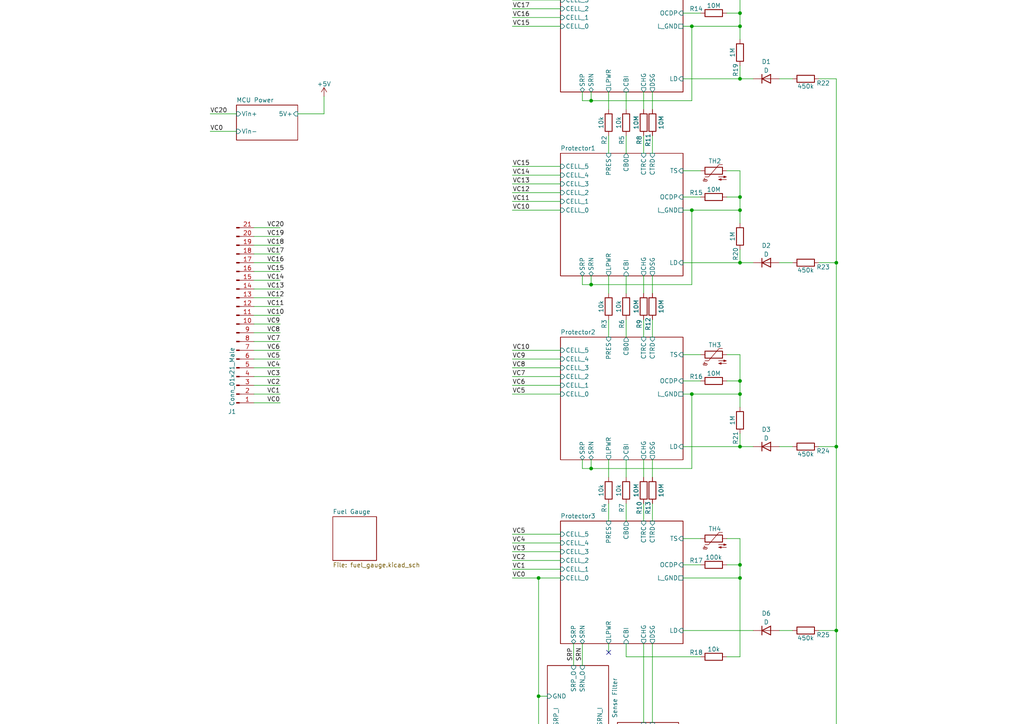
<source format=kicad_sch>
(kicad_sch (version 20211123) (generator eeschema)
  (paper "A4")
  (title_block (title "BMS") (date "2022-10-30") (rev "Rev 0") (company "QTech BMS Dept"))
  (lib_symbols
    (symbol "Connector:Conn_01x21_Male" (pin_names (offset 1.016) hide)
      (property "Reference" "J" (at 0 27.94 0))
      (property "Value" "Conn_01x21_Male" (at 0 -27.94 0))
      (symbol "Conn_01x21_Male_1_1"
        (polyline (pts (xy 1.27 -25.4) (xy 0.8636 -25.4)) (stroke (width 0.1524)))
        (polyline (pts (xy 1.27 -22.86) (xy 0.8636 -22.86)) (stroke (width 0.1524)))
        (polyline (pts (xy 1.27 -20.32) (xy 0.8636 -20.32)) (stroke (width 0.1524)))
        (polyline (pts (xy 1.27 -17.78) (xy 0.8636 -17.78)) (stroke (width 0.1524)))
        (polyline (pts (xy 1.27 -15.24) (xy 0.8636 -15.24)) (stroke (width 0.1524)))
        (polyline (pts (xy 1.27 -12.7) (xy 0.8636 -12.7)) (stroke (width 0.1524)))
        (polyline (pts (xy 1.27 -10.16) (xy 0.8636 -10.16)) (stroke (width 0.1524)))
        (polyline (pts (xy 1.27 -7.62) (xy 0.8636 -7.62)) (stroke (width 0.1524)))
        (polyline (pts (xy 1.27 -5.08) (xy 0.8636 -5.08)) (stroke (width 0.1524)))
        (polyline (pts (xy 1.27 -2.54) (xy 0.8636 -2.54)) (stroke (width 0.1524)))
        (polyline (pts (xy 1.27 0) (xy 0.8636 0)) (stroke (width 0.1524)))
        (polyline (pts (xy 1.27 2.54) (xy 0.8636 2.54)) (stroke (width 0.1524)))
        (polyline (pts (xy 1.27 5.08) (xy 0.8636 5.08)) (stroke (width 0.1524)))
        (polyline (pts (xy 1.27 7.62) (xy 0.8636 7.62)) (stroke (width 0.1524)))
        (polyline (pts (xy 1.27 10.16) (xy 0.8636 10.16)) (stroke (width 0.1524)))
        (polyline (pts (xy 1.27 12.7) (xy 0.8636 12.7)) (stroke (width 0.1524)))
        (polyline (pts (xy 1.27 15.24) (xy 0.8636 15.24)) (stroke (width 0.1524)))
        (polyline (pts (xy 1.27 17.78) (xy 0.8636 17.78)) (stroke (width 0.1524)))
        (polyline (pts (xy 1.27 20.32) (xy 0.8636 20.32)) (stroke (width 0.1524)))
        (polyline (pts (xy 1.27 22.86) (xy 0.8636 22.86)) (stroke (width 0.1524)))
        (polyline (pts (xy 1.27 25.4) (xy 0.8636 25.4)) (stroke (width 0.1524)))
        (rectangle (start 0.8636 -25.273) (end 0 -25.527) (stroke (width 0.1524)) (fill (type outline)))
        (rectangle (start 0.8636 -22.733) (end 0 -22.987) (stroke (width 0.1524)) (fill (type outline)))
        (rectangle (start 0.8636 -20.193) (end 0 -20.447) (stroke (width 0.1524)) (fill (type outline)))
        (rectangle (start 0.8636 -17.653) (end 0 -17.907) (stroke (width 0.1524)) (fill (type outline)))
        (rectangle (start 0.8636 -15.113) (end 0 -15.367) (stroke (width 0.1524)) (fill (type outline)))
        (rectangle (start 0.8636 -12.573) (end 0 -12.827) (stroke (width 0.1524)) (fill (type outline)))
        (rectangle (start 0.8636 -10.033) (end 0 -10.287) (stroke (width 0.1524)) (fill (type outline)))
        (rectangle (start 0.8636 -7.493) (end 0 -7.747) (stroke (width 0.1524)) (fill (type outline)))
        (rectangle (start 0.8636 -4.953) (end 0 -5.207) (stroke (width 0.1524)) (fill (type outline)))
        (rectangle (start 0.8636 -2.413) (end 0 -2.667) (stroke (width 0.1524)) (fill (type outline)))
        (rectangle (start 0.8636 0.127) (end 0 -0.127) (stroke (width 0.1524)) (fill (type outline)))
        (rectangle (start 0.8636 2.667) (end 0 2.413) (stroke (width 0.1524)) (fill (type outline)))
        (rectangle (start 0.8636 5.207) (end 0 4.953) (stroke (width 0.1524)) (fill (type outline)))
        (rectangle (start 0.8636 7.747) (end 0 7.493) (stroke (width 0.1524)) (fill (type outline)))
        (rectangle (start 0.8636 10.287) (end 0 10.033) (stroke (width 0.1524)) (fill (type outline)))
        (rectangle (start 0.8636 12.827) (end 0 12.573) (stroke (width 0.1524)) (fill (type outline)))
        (rectangle (start 0.8636 15.367) (end 0 15.113) (stroke (width 0.1524)) (fill (type outline)))
        (rectangle (start 0.8636 17.907) (end 0 17.653) (stroke (width 0.1524)) (fill (type outline)))
        (rectangle (start 0.8636 20.447) (end 0 20.193) (stroke (width 0.1524)) (fill (type outline)))
        (rectangle (start 0.8636 22.987) (end 0 22.733) (stroke (width 0.1524)) (fill (type outline)))
        (rectangle (start 0.8636 25.527) (end 0 25.273) (stroke (width 0.1524)) (fill (type outline)))
        (pin passive line (at 5.08 25.4 180) (length 3.81) (name "Pin_1") (number "1"))
        (pin passive line (at 5.08 2.54 180) (length 3.81) (name "Pin_10") (number "10"))
        (pin passive line (at 5.08 0 180) (length 3.81) (name "Pin_11") (number "11"))
        (pin passive line (at 5.08 -2.54 180) (length 3.81) (name "Pin_12") (number "12"))
        (pin passive line (at 5.08 -5.08 180) (length 3.81) (name "Pin_13") (number "13"))
        (pin passive line (at 5.08 -7.62 180) (length 3.81) (name "Pin_14") (number "14"))
        (pin passive line (at 5.08 -10.16 180) (length 3.81) (name "Pin_15") (number "15"))
        (pin passive line (at 5.08 -12.7 180) (length 3.81) (name "Pin_16") (number "16"))
        (pin passive line (at 5.08 -15.24 180) (length 3.81) (name "Pin_17") (number "17"))
        (pin passive line (at 5.08 -17.78 180) (length 3.81) (name "Pin_18") (number "18"))
        (pin passive line (at 5.08 -20.32 180) (length 3.81) (name "Pin_19") (number "19"))
        (pin passive line (at 5.08 22.86 180) (length 3.81) (name "Pin_2") (number "2"))
        (pin passive line (at 5.08 -22.86 180) (length 3.81) (name "Pin_20") (number "20"))
        (pin passive line (at 5.08 -25.4 180) (length 3.81) (name "Pin_21") (number "21"))
        (pin passive line (at 5.08 20.32 180) (length 3.81) (name "Pin_3") (number "3"))
        (pin passive line (at 5.08 17.78 180) (length 3.81) (name "Pin_4") (number "4"))
        (pin passive line (at 5.08 15.24 180) (length 3.81) (name "Pin_5") (number "5"))
        (pin passive line (at 5.08 12.7 180) (length 3.81) (name "Pin_6") (number "6"))
        (pin passive line (at 5.08 10.16 180) (length 3.81) (name "Pin_7") (number "7"))
        (pin passive line (at 5.08 7.62 180) (length 3.81) (name "Pin_8") (number "8"))
        (pin passive line (at 5.08 5.08 180) (length 3.81) (name "Pin_9") (number "9"))
      )
    )
    (symbol "Device:D" (pin_numbers hide) (pin_names (offset 1.016) hide)
      (property "Reference" "D" (at 0 2.54 0))
      (property "Value" "D" (at 0 -2.54 0))
      (symbol "D_0_1"
        (polyline (pts (xy -1.27 1.27) (xy -1.27 -1.27)) (stroke (width 0.254)))
        (polyline (pts (xy 1.27 0) (xy -1.27 0)))
        (polyline (pts (xy 1.27 1.27) (xy 1.27 -1.27) (xy -1.27 0) (xy 1.27 1.27)) (stroke (width 0.254)))
      )
      (symbol "D_1_1"
        (pin passive line (at -3.81 0 0) (length 2.54) (name "K") (number "1"))
        (pin passive line (at 3.81 0 180) (length 2.54) (name "A") (number "2"))
      )
    )
    (symbol "Device:NetTie_2" (pin_numbers hide) (pin_names (offset 0) hide)
      (property "Reference" "NT" (at 0 1.27 0))
      (property "Value" "NetTie_2" (at 0 -1.27 0))
      (symbol "NetTie_2_0_1"
        (polyline (pts (xy -1.27 0) (xy 1.27 0)) (stroke (width 0.254)))
      )
      (symbol "NetTie_2_1_1"
        (pin passive line (at -2.54 0 0) (length 2.54) (name "1") (number "1"))
        (pin passive line (at 2.54 0 180) (length 2.54) (name "2") (number "2"))
      )
    )
    (symbol "Device:R" (pin_numbers hide) (pin_names (offset 0))
      (property "Reference" "R" (at 2.032 0 90))
      (property "Value" "R" (at 0 0 90))
      (symbol "R_0_1"
        (rectangle (start -1.016 -2.54) (end 1.016 2.54) (stroke (width 0.254)))
      )
      (symbol "R_1_1"
        (pin passive line (at 0 3.81 270) (length 1.27) (name "~") (number "1"))
        (pin passive line (at 0 -3.81 90) (length 1.27) (name "~") (number "2"))
      )
    )
    (symbol "Device:Thermistor_NTC" (pin_numbers hide) (pin_names (offset 0))
      (property "Reference" "TH" (at -4.445 0 90))
      (property "Value" "Thermistor_NTC" (at 3.175 0 90))
      (symbol "Thermistor_NTC_0_1"
        (arc (start -3.048 2.159) (mid -3.0495 2.3143) (end -3.175 2.413))
        (arc (start -3.048 2.159) (mid -2.9736 1.9794) (end -2.794 1.905))
        (arc (start -3.048 2.794) (mid -2.9736 2.6144) (end -2.794 2.54))
        (arc (start -2.794 1.905) (mid -2.6144 1.9794) (end -2.54 2.159))
        (arc (start -2.794 2.54) (mid -2.4393 2.5587) (end -2.159 2.794))
        (arc (start -2.794 3.048) (mid -2.9736 2.9736) (end -3.048 2.794))
        (arc (start -2.54 2.794) (mid -2.6144 2.9736) (end -2.794 3.048))
        (rectangle (start -1.016 2.54) (end 1.016 -2.54) (stroke (width 0.254)))
        (polyline (pts (xy -2.54 2.159) (xy -2.54 2.794)))
        (polyline (pts (xy -1.778 2.54) (xy -1.778 1.524) (xy 1.778 -1.524) (xy 1.778 -2.54)))
        (polyline (pts (xy -2.54 -3.683) (xy -2.54 -1.397) (xy -2.794 -2.159) (xy -2.286 -2.159) (xy -2.54 -1.397) (xy -2.54 -1.651)) (fill (type outline)))
        (polyline (pts (xy -1.778 -1.397) (xy -1.778 -3.683) (xy -2.032 -2.921) (xy -1.524 -2.921) (xy -1.778 -3.683) (xy -1.778 -3.429)) (fill (type outline)))
      )
      (symbol "Thermistor_NTC_1_1"
        (pin passive line (at 0 3.81 270) (length 1.27) (name "~") (number "1"))
        (pin passive line (at 0 -3.81 90) (length 1.27) (name "~") (number "2"))
      )
    )
    (symbol "power:+5V" (power) (pin_names (offset 0))
      (property "Value" "+5V" (at 0 3.556 0))
      (symbol "+5V_0_1"
        (polyline (pts (xy -0.762 1.27) (xy 0 2.54)))
        (polyline (pts (xy 0 0) (xy 0 2.54)))
        (polyline (pts (xy 0 2.54) (xy 0.762 1.27)))
      )
      (symbol "+5V_1_1"
        (pin power_in line (at 0 0 90) (length 0) hide (name "+5V") (number "1"))
      )
    )
    (symbol "power:GND" (power) (pin_names (offset 0))
      (property "Value" "GND" (at 0 -3.81 0))
      (symbol "GND_0_1"
        (polyline (pts (xy 0 0) (xy 0 -1.27) (xy 1.27 -1.27) (xy 0 -2.54) (xy -1.27 -1.27) (xy 0 -1.27)))
      )
      (symbol "GND_1_1"
        (pin power_in line (at 0 0 270) (length 0) hide (name "GND") (number "1"))
      )
    )
  )
  (junction (at 156.21 222.25))
  (junction (at 214.63 60.96))
  (junction (at 242.57 76.2))
  (junction (at 214.63 3.81))
  (junction (at 214.63 22.86))
  (junction (at 171.45 82.55))
  (junction (at 156.21 167.64))
  (junction (at 214.63 110.49))
  (junction (at 200.66 114.3))
  (junction (at 214.63 7.62))
  (junction (at 214.63 167.64))
  (junction (at 214.63 -3.81))
  (junction (at 171.45 135.89))
  (junction (at 156.21 201.93))
  (junction (at 200.66 60.96))
  (junction (at 214.63 163.83))
  (junction (at 214.63 57.15))
  (junction (at 171.45 29.21))
  (junction (at 242.57 182.88))
  (junction (at 242.57 129.54))
  (junction (at 214.63 129.54))
  (junction (at 156.21 217.17))
  (junction (at 189.23 -11.43))
  (junction (at 200.66 7.62))
  (junction (at 214.63 114.3))
  (junction (at 214.63 76.2))
  (no_connect (at 181.61 -11.43))
  (no_connect (at 176.53 189.23))
  (wire (pts (xy 210.82 49.53) (xy 214.63 49.53)))
  (wire (pts (xy 186.69 186.69) (xy 186.69 209.55)))
  (wire (pts (xy 189.23 26.67) (xy 189.23 31.75)))
  (wire (pts (xy 73.66 96.52) (xy 81.28 96.52)))
  (wire (pts (xy 73.66 111.76) (xy 81.28 111.76)))
  (wire (pts (xy 214.63 129.54) (xy 218.44 129.54)))
  (wire (pts (xy 176.53 39.37) (xy 176.53 44.45)))
  (wire (pts (xy 73.66 93.98) (xy 81.29 93.98)))
  (wire (pts (xy 168.91 186.69) (xy 168.91 193.04)))
  (wire (pts (xy 198.12 167.64) (xy 214.63 167.64)))
  (wire (pts (xy 214.63 190.5) (xy 210.82 190.5)))
  (wire (pts (xy 73.66 106.68) (xy 81.28 106.68)))
  (wire (pts (xy 148.59 165.1) (xy 162.56 165.1)))
  (wire (pts (xy 168.91 -15.24) (xy 168.91 -16.51)))
  (wire (pts (xy 196.85 217.17) (xy 242.57 217.17)))
  (wire (pts (xy 73.66 114.3) (xy 81.28 114.3)))
  (wire (pts (xy 226.06 129.54) (xy 229.87 129.54)))
  (wire (pts (xy 148.59 157.48) (xy 162.56 157.48)))
  (wire (pts (xy 148.59 114.3) (xy 162.56 114.3)))
  (wire (pts (xy 168.91 29.21) (xy 171.45 29.21)))
  (wire (pts (xy 181.61 -17.78) (xy 168.91 -17.78)))
  (wire (pts (xy 148.59 162.56) (xy 162.56 162.56)))
  (wire (pts (xy 168.91 -29.21) (xy 181.61 -29.21)))
  (wire (pts (xy 168.91 26.67) (xy 168.91 29.21)))
  (wire (pts (xy 93.98 27.94) (xy 93.98 33.02)))
  (wire (pts (xy 181.61 -30.48) (xy 168.91 -30.48)))
  (wire (pts (xy 214.63 72.39) (xy 214.63 76.2)))
  (wire (pts (xy 60.96 33.02) (xy 68.58 33.02)))
  (wire (pts (xy 181.61 146.05) (xy 181.61 151.13)))
  (wire (pts (xy 156.21 217.17) (xy 156.21 222.25)))
  (wire (pts (xy 237.49 22.86) (xy 242.57 22.86)))
  (wire (pts (xy 73.66 116.84) (xy 81.28 116.84)))
  (wire (pts (xy 214.63 125.73) (xy 214.63 129.54)))
  (wire (pts (xy 176.53 26.67) (xy 176.53 31.75)))
  (wire (pts (xy 237.49 76.2) (xy 242.57 76.2)))
  (wire (pts (xy 242.57 76.2) (xy 242.57 129.54)))
  (wire (pts (xy 171.45 29.21) (xy 200.66 29.21)))
  (wire (pts (xy 171.45 82.55) (xy 171.45 80.01)))
  (wire (pts (xy 156.21 222.25) (xy 156.21 227.33)))
  (wire (pts (xy 73.66 76.2) (xy 81.28 76.2)))
  (wire (pts (xy 171.45 135.89) (xy 200.66 135.89)))
  (wire (pts (xy 171.45 82.55) (xy 200.66 82.55)))
  (wire (pts (xy 242.57 182.88) (xy 242.57 217.17)))
  (wire (pts (xy 168.91 -25.4) (xy 168.91 -26.67)))
  (wire (pts (xy 168.91 135.89) (xy 171.45 135.89)))
  (wire (pts (xy 176.53 146.05) (xy 176.53 151.13)))
  (wire (pts (xy 189.23 92.71) (xy 189.23 97.79)))
  (wire (pts (xy 73.66 71.12) (xy 81.29 71.12)))
  (wire (pts (xy 198.12 102.87) (xy 203.2 102.87)))
  (wire (pts (xy 214.63 7.62) (xy 214.63 3.81)))
  (wire (pts (xy 148.59 5.08) (xy 162.56 5.08)))
  (wire (pts (xy 181.61 80.01) (xy 181.61 85.09)))
  (wire (pts (xy 198.12 163.83) (xy 203.2 163.83)))
  (wire (pts (xy 156.21 167.64) (xy 148.59 167.64)))
  (wire (pts (xy 214.63 102.87) (xy 214.63 110.49)))
  (wire (pts (xy 198.12 22.86) (xy 214.63 22.86)))
  (wire (pts (xy 200.66 29.21) (xy 200.66 7.62)))
  (wire (pts (xy 148.59 -5.08) (xy 162.56 -5.08)))
  (wire (pts (xy 198.12 129.54) (xy 214.63 129.54)))
  (wire (pts (xy 148.59 101.6) (xy 162.56 101.6)))
  (wire (pts (xy 200.66 60.96) (xy 214.63 60.96)))
  (wire (pts (xy 176.53 133.35) (xy 176.53 138.43)))
  (wire (pts (xy 186.69 -8.89) (xy 186.69 -11.43)))
  (wire (pts (xy 73.66 73.66) (xy 81.28 73.66)))
  (wire (pts (xy 214.63 60.96) (xy 214.63 57.15)))
  (wire (pts (xy 214.63 -11.43) (xy 214.63 -3.81)))
  (wire (pts (xy 200.66 7.62) (xy 214.63 7.62)))
  (wire (pts (xy 181.61 -11.43) (xy 181.61 -8.89)))
  (wire (pts (xy 198.12 3.81) (xy 203.2 3.81)))
  (wire (pts (xy 186.69 80.01) (xy 186.69 85.09)))
  (wire (pts (xy 189.23 39.37) (xy 189.23 44.45)))
  (wire (pts (xy 200.66 82.55) (xy 200.66 60.96)))
  (wire (pts (xy 73.66 91.44) (xy 81.28 91.44)))
  (wire (pts (xy 73.66 66.04) (xy 81.28 66.04)))
  (wire (pts (xy 73.66 68.58) (xy 81.28 68.58)))
  (wire (pts (xy 171.45 29.21) (xy 171.45 26.67)))
  (wire (pts (xy 189.23 146.05) (xy 189.23 151.13)))
  (wire (pts (xy 186.69 39.37) (xy 186.69 44.45)))
  (wire (pts (xy 210.82 -3.81) (xy 214.63 -3.81)))
  (wire (pts (xy 181.61 -29.21) (xy 181.61 -30.48)))
  (wire (pts (xy 198.12 182.88) (xy 218.44 182.88)))
  (wire (pts (xy 73.66 78.74) (xy 81.28 78.74)))
  (wire (pts (xy 226.06 182.88) (xy 229.87 182.88)))
  (wire (pts (xy 168.91 80.01) (xy 168.91 82.55)))
  (wire (pts (xy 237.49 129.54) (xy 242.57 129.54)))
  (wire (pts (xy 168.91 -26.67) (xy 181.61 -26.67)))
  (wire (pts (xy 148.59 50.8) (xy 162.56 50.8)))
  (wire (pts (xy 214.63 7.62) (xy 214.63 11.43)))
  (wire (pts (xy 198.12 110.49) (xy 203.2 110.49)))
  (wire (pts (xy 181.61 -22.86) (xy 168.91 -22.86)))
  (wire (pts (xy 226.06 22.86) (xy 229.87 22.86)))
  (wire (pts (xy 148.59 109.22) (xy 162.56 109.22)))
  (wire (pts (xy 148.59 55.88) (xy 162.56 55.88)))
  (wire (pts (xy 73.66 83.82) (xy 81.28 83.82)))
  (wire (pts (xy 148.59 58.42) (xy 162.56 58.42)))
  (wire (pts (xy 214.63 3.81) (xy 210.82 3.81)))
  (wire (pts (xy 168.91 -16.51) (xy 181.61 -16.51)))
  (wire (pts (xy 176.53 -8.89) (xy 176.53 -15.24)))
  (wire (pts (xy 189.23 -11.43) (xy 214.63 -11.43)))
  (wire (pts (xy 198.12 76.2) (xy 214.63 76.2)))
  (wire (pts (xy 214.63 167.64) (xy 214.63 163.83)))
  (wire (pts (xy 189.23 -11.43) (xy 189.23 -8.89)))
  (wire (pts (xy 176.53 80.01) (xy 176.53 85.09)))
  (wire (pts (xy 168.91 -19.05) (xy 181.61 -19.05)))
  (wire (pts (xy 148.59 2.54) (xy 162.56 2.54)))
  (wire (pts (xy 214.63 114.3) (xy 214.63 118.11)))
  (wire (pts (xy 168.91 -30.48) (xy 168.91 -31.75)))
  (wire (pts (xy 181.61 -24.13) (xy 181.61 -25.4)))
  (wire (pts (xy 171.45 217.17) (xy 179.07 217.17)))
  (wire (pts (xy 148.59 7.62) (xy 162.56 7.62)))
  (wire (pts (xy 181.61 92.71) (xy 181.61 97.79)))
  (wire (pts (xy 148.59 111.76) (xy 162.56 111.76)))
  (wire (pts (xy 186.69 -11.43) (xy 189.23 -11.43)))
  (wire (pts (xy 214.63 167.64) (xy 214.63 190.5)))
  (wire (pts (xy 168.91 -17.78) (xy 168.91 -19.05)))
  (wire (pts (xy 214.63 -3.81) (xy 214.63 3.81)))
  (wire (pts (xy 181.61 -19.05) (xy 181.61 -20.32)))
  (wire (pts (xy 166.37 186.69) (xy 166.37 193.04)))
  (wire (pts (xy 198.12 57.15) (xy 203.2 57.15)))
  (wire (pts (xy 214.63 60.96) (xy 214.63 64.77)))
  (wire (pts (xy 148.59 154.94) (xy 162.56 154.94)))
  (wire (pts (xy 168.91 -22.86) (xy 168.91 -24.13)))
  (wire (pts (xy 200.66 114.3) (xy 214.63 114.3)))
  (wire (pts (xy 181.61 -27.94) (xy 168.91 -27.94)))
  (wire (pts (xy 226.06 76.2) (xy 229.87 76.2)))
  (wire (pts (xy 189.23 133.35) (xy 189.23 138.43)))
  (wire (pts (xy 148.59 104.14) (xy 162.56 104.14)))
  (wire (pts (xy 214.63 19.05) (xy 214.63 22.86)))
  (wire (pts (xy 203.2 190.5) (xy 181.61 190.5)))
  (wire (pts (xy 148.59 48.26) (xy 162.56 48.26)))
  (wire (pts (xy 168.91 82.55) (xy 171.45 82.55)))
  (wire (pts (xy 73.66 86.36) (xy 81.28 86.36)))
  (wire (pts (xy 189.23 80.01) (xy 189.23 85.09)))
  (wire (pts (xy 186.69 26.67) (xy 186.69 31.75)))
  (wire (pts (xy 181.61 -31.75) (xy 181.61 -33.02)))
  (wire (pts (xy 210.82 156.21) (xy 214.63 156.21)))
  (wire (pts (xy 181.61 -16.51) (xy 181.61 -17.78)))
  (wire (pts (xy 156.21 201.93) (xy 158.75 201.93)))
  (wire (pts (xy 171.45 135.89) (xy 171.45 133.35)))
  (wire (pts (xy 148.59 106.68) (xy 162.56 106.68)))
  (wire (pts (xy 168.91 -20.32) (xy 181.61 -20.32)))
  (wire (pts (xy 198.12 49.53) (xy 203.2 49.53)))
  (wire (pts (xy 214.63 22.86) (xy 218.44 22.86)))
  (wire (pts (xy 168.91 -33.02) (xy 181.61 -33.02)))
  (wire (pts (xy 73.66 104.14) (xy 81.28 104.14)))
  (wire (pts (xy 198.12 7.62) (xy 200.66 7.62)))
  (wire (pts (xy 181.61 39.37) (xy 181.61 44.45)))
  (wire (pts (xy 161.29 212.09) (xy 161.29 217.17)))
  (wire (pts (xy 168.91 -25.4) (xy 181.61 -25.4)))
  (wire (pts (xy 73.66 101.6) (xy 81.28 101.6)))
  (wire (pts (xy 176.53 186.69) (xy 176.53 189.23)))
  (wire (pts (xy 198.12 -3.81) (xy 203.2 -3.81)))
  (wire (pts (xy 73.66 99.06) (xy 81.28 99.06)))
  (wire (pts (xy 242.57 129.54) (xy 242.57 182.88)))
  (wire (pts (xy 198.12 156.21) (xy 203.2 156.21)))
  (wire (pts (xy 181.61 133.35) (xy 181.61 138.43)))
  (wire (pts (xy 198.12 114.3) (xy 200.66 114.3)))
  (wire (pts (xy 214.63 110.49) (xy 210.82 110.49)))
  (wire (pts (xy 168.91 -31.75) (xy 181.61 -31.75)))
  (wire (pts (xy 181.61 -21.59) (xy 181.61 -22.86)))
  (wire (pts (xy 168.91 -21.59) (xy 181.61 -21.59)))
  (wire (pts (xy 186.69 92.71) (xy 186.69 97.79)))
  (wire (pts (xy 214.63 76.2) (xy 218.44 76.2)))
  (wire (pts (xy 179.07 222.25) (xy 156.21 222.25)))
  (wire (pts (xy 168.91 -27.94) (xy 168.91 -29.21)))
  (wire (pts (xy 161.29 217.17) (xy 163.83 217.17)))
  (wire (pts (xy 242.57 22.86) (xy 242.57 76.2)))
  (wire (pts (xy 200.66 135.89) (xy 200.66 114.3)))
  (wire (pts (xy 148.59 60.96) (xy 162.56 60.96)))
  (wire (pts (xy 214.63 156.21) (xy 214.63 163.83)))
  (wire (pts (xy 176.53 92.71) (xy 176.53 97.79)))
  (wire (pts (xy 181.61 -26.67) (xy 181.61 -27.94)))
  (wire (pts (xy 60.96 38.1) (xy 68.58 38.1)))
  (wire (pts (xy 148.59 0) (xy 162.56 0)))
  (wire (pts (xy 173.99 212.09) (xy 173.99 217.17)))
  (wire (pts (xy 86.36 33.02) (xy 93.98 33.02)))
  (wire (pts (xy 156.21 167.64) (xy 162.56 167.64)))
  (wire (pts (xy 168.91 133.35) (xy 168.91 135.89)))
  (wire (pts (xy 73.66 88.9) (xy 81.28 88.9)))
  (wire (pts (xy 148.59 160.02) (xy 162.56 160.02)))
  (wire (pts (xy 186.69 146.05) (xy 186.69 151.13)))
  (wire (pts (xy 237.49 182.88) (xy 242.57 182.88)))
  (wire (pts (xy 168.91 -20.32) (xy 168.91 -21.59)))
  (wire (pts (xy 148.59 53.34) (xy 162.56 53.34)))
  (wire (pts (xy 148.59 -2.54) (xy 162.56 -2.54)))
  (wire (pts (xy 214.63 163.83) (xy 210.82 163.83)))
  (wire (pts (xy 189.23 186.69) (xy 189.23 209.55)))
  (wire (pts (xy 186.69 133.35) (xy 186.69 138.43)))
  (wire (pts (xy 214.63 57.15) (xy 210.82 57.15)))
  (wire (pts (xy 176.53 -15.24) (xy 168.91 -15.24)))
  (wire (pts (xy 181.61 190.5) (xy 181.61 186.69)))
  (wire (pts (xy 210.82 102.87) (xy 214.63 102.87)))
  (wire (pts (xy 214.63 49.53) (xy 214.63 57.15)))
  (wire (pts (xy 168.91 -24.13) (xy 181.61 -24.13)))
  (wire (pts (xy 73.66 81.28) (xy 81.28 81.28)))
  (wire (pts (xy 198.12 60.96) (xy 200.66 60.96)))
  (wire (pts (xy 156.21 201.93) (xy 156.21 217.17)))
  (wire (pts (xy 73.66 109.22) (xy 81.28 109.22)))
  (wire (pts (xy 156.21 167.64) (xy 156.21 201.93)))
  (wire (pts (xy 214.63 114.3) (xy 214.63 110.49)))
  (wire (pts (xy 181.61 26.67) (xy 181.61 31.75)))
  (label "SRP" (at 166.37 191.77 90))
  (label "VC9" (at 152.4 104.14 180))
  (label "VC2" (at 77.47 111.76 0))
  (label "VC4" (at 77.47 106.68 0))
  (label "VC5" (at 152.4 154.94 180))
  (label "VC8" (at 77.47 96.52 0))
  (label "VC6" (at 152.4 111.76 180))
  (label "VC0" (at 77.47 116.84 0))
  (label "SRN" (at 168.91 191.77 90))
  (label "VC20" (at 60.96 33.02 0))
  (label "VC14" (at 77.47 81.28 0))
  (label "VC11" (at 77.47 88.9 0))
  (label "VC1" (at 77.47 114.3 0))
  (label "VC10" (at 153.67 60.96 180))
  (label "VC0" (at 152.4 167.64 180))
  (label "VC16" (at 77.47 76.2 0))
  (label "VC9" (at 77.47 93.98 0))
  (label "VC18" (at 77.47 71.12 0))
  (label "VC2" (at 152.4 162.56 180))
  (label "VC18" (at 153.67 0 180))
  (label "VC20" (at 77.47 66.04 0))
  (label "VC17" (at 77.47 73.66 0))
  (label "VC10" (at 77.47 91.44 0))
  (label "VC7" (at 152.4 109.22 180))
  (label "VC1" (at 152.4 165.1 180))
  (label "VC5" (at 77.47 104.14 0))
  (label "VC8" (at 152.4 106.68 180))
  (label "VC15" (at 153.67 7.62 180))
  (label "VC15" (at 77.47 78.74 0))
  (label "VC14" (at 153.67 50.8 180))
  (label "VC19" (at 153.67 -2.54 180))
  (label "VC15" (at 153.67 48.26 180))
  (label "VC5" (at 152.4 114.3 180))
  (label "VC6" (at 77.47 101.6 0))
  (label "VC13" (at 77.47 83.82 0))
  (label "VC16" (at 153.67 5.08 180))
  (label "VC17" (at 153.67 2.54 180))
  (label "VC19" (at 77.47 68.58 0))
  (label "VC4" (at 152.4 157.48 180))
  (label "VC10" (at 153.67 101.6 180))
  (label "VC20" (at 153.67 -5.08 180))
  (label "VC13" (at 153.67 53.34 180))
  (label "VC3" (at 77.47 109.22 0))
  (label "VC0" (at 60.96 38.1 0))
  (label "VC7" (at 77.47 99.06 0))
  (label "VC3" (at 152.4 160.02 180))
  (label "VC12" (at 77.47 86.36 0))
  (label "VC12" (at 153.67 55.88 180))
  (label "VC11" (at 153.67 58.42 180))
  (symbol (lib_id "Device:R") (at 181.61 35.56 180) (unit 1)
    (property "Reference" "R5" (at 180.34 40.64 90))
    (property "Value" "10k" (at 179.4311 35.56 90))
    (property "Footprint" "Resistor_SMD:R_0603_1608Metric" (effects hide))
    (property "Src_Value" "R_cb" (effects hide))
    (property "Src_Page" "Table 10-1" (effects hide))
  )
  (symbol (lib_id "power:+5V") (at 93.98 27.94 0) (unit 1)
    (property "Reference" "#PWR0102" (effects hide))
    (property "Value" "+5V" (at 93.98 24.3642 0))
  )
  (symbol (lib_id "Device:R") (at 186.69 35.56 180) (unit 1)
    (property "Reference" "R8" (at 185.42 40.64 90))
    (property "Value" "10M" (at 184.5111 35.56 90))
    (property "Footprint" "Resistor_SMD:R_0603_1608Metric" (effects hide))
    (property "Src_Value" "R_ctrc" (effects hide))
    (property "Src_Page" "Table 10-1" (effects hide))
  )
  (symbol (lib_id "Device:R") (at 176.53 142.24 180) (unit 1)
    (property "Reference" "R4" (at 175.26 147.32 90))
    (property "Value" "10k" (at 174.3511 142.24 90))
    (property "Footprint" "Resistor_SMD:R_0603_1608Metric" (effects hide))
    (property "Src_Value" "R_hib" (effects hide))
    (property "Src_Page" "Table 10-1" (effects hide))
  )
  (symbol (lib_id "Device:D") (at 222.25 129.54 0) (unit 1)
    (property "Reference" "D3" (at 222.25 124.5702 0))
    (property "Value" "D" (at 222.25 127.1071 0))
    (property "Footprint" "Diode_SMD:D_SOD-123" (effects hide))
  )
  (symbol (lib_id "power:GND") (at 156.21 227.33 0) (unit 1)
    (property "Reference" "#PWR0101" (effects hide))
    (property "Value" "GND" (at 156.21 231.7734 0))
  )
  (symbol (lib_id "Device:R") (at 233.68 129.54 270) (unit 1)
    (property "Reference" "R24" (at 238.76 130.81 90))
    (property "Value" "450k" (at 233.68 131.7189 90))
    (property "Footprint" "Resistor_SMD:R_0603_1608Metric" (effects hide))
    (property "Src_Value" "R_ld" (effects hide))
    (property "Src_Page" "Table 10-1" (effects hide))
  )
  (symbol (lib_id "Device:NetTie_2") (at 158.75 217.17 0) (unit 1) (on_board no)
    (property "Reference" "NT1" (at 158.75 216.0072 0))
    (property "Value" "NetTie_2" (effects hide))
  )
  (symbol (lib_id "Device:D") (at 222.25 76.2 0) (unit 1)
    (property "Reference" "D2" (at 222.25 71.2302 0))
    (property "Value" "D" (at 222.25 73.7671 0))
    (property "Footprint" "Diode_SMD:D_SOD-123" (effects hide))
  )
  (symbol (lib_id "Connector:Conn_01x21_Male") (at 68.58 91.44 0) (mirror x) (unit 1)
    (property "Reference" "J1" (at 67.31 119.38 0))
    (property "Value" "Conn_01x21_Male" (at 67.31 109.22 90))
    (property "Footprint" "Connector_PinHeader_2.00mm:PinHeader_1x21_P2.00mm_Horizontal" (effects hide))
  )
  (symbol (lib_id "Device:R") (at 233.68 22.86 270) (unit 1)
    (property "Reference" "R22" (at 238.76 24.13 90))
    (property "Value" "450k" (at 233.68 25.0389 90))
    (property "Footprint" "Resistor_SMD:R_0603_1608Metric" (effects hide))
    (property "Src_Value" "R_ld" (effects hide))
    (property "Src_Page" "Table 10-1" (effects hide))
  )
  (symbol (lib_id "Device:R") (at 181.61 88.9 180) (unit 1)
    (property "Reference" "R6" (at 180.34 93.98 90))
    (property "Value" "10k" (at 179.4311 88.9 90))
    (property "Footprint" "Resistor_SMD:R_0603_1608Metric" (effects hide))
    (property "Src_Value" "R_cb" (effects hide))
    (property "Src_Page" "Table 10-1" (effects hide))
  )
  (symbol (lib_id "Device:R") (at 207.01 57.15 90) (unit 1)
    (property "Reference" "R15" (at 201.93 55.88 90))
    (property "Value" "10M" (at 207.01 54.9711 90))
    (property "Footprint" "Resistor_SMD:R_0603_1608Metric" (effects hide))
    (property "Src_Value" "R_ocd-upper" (effects hide))
    (property "Src_Page" "29" (effects hide))
  )
  (symbol (lib_id "Device:D") (at 222.25 22.86 0) (unit 1)
    (property "Reference" "D1" (at 222.25 17.8902 0))
    (property "Value" "D" (at 222.25 20.4271 0))
    (property "Footprint" "Diode_SMD:D_SOD-123" (effects hide))
  )
  (symbol (lib_id "Device:Thermistor_NTC") (at 207.01 102.87 90) (unit 1)
    (property "Reference" "TH3" (at 207.3275 100.0562 90))
    (property "Value" "Thermistor_NTC" (effects hide))
    (property "Footprint" "Connector_JST:JST_PH_B2B-PH-K_1x02_P2.00mm_Vertical" (effects hide))
  )
  (symbol (lib_id "Device:R") (at 233.68 76.2 270) (unit 1)
    (property "Reference" "R23" (at 238.76 77.47 90))
    (property "Value" "450k" (at 233.68 78.3789 90))
    (property "Footprint" "Resistor_SMD:R_0603_1608Metric" (effects hide))
    (property "Src_Value" "R_ld" (effects hide))
    (property "Src_Page" "Table 10-1" (effects hide))
  )
  (symbol (lib_id "Device:Thermistor_NTC") (at 207.01 -3.81 90) (unit 1)
    (property "Reference" "TH1" (at 207.3275 -6.6238 90))
    (property "Value" "Thermistor_NTC" (effects hide))
    (property "Footprint" "Connector_JST:JST_PH_B2B-PH-K_1x02_P2.00mm_Vertical" (effects hide))
  )
  (symbol (lib_id "Device:R") (at 207.01 190.5 90) (unit 1)
    (property "Reference" "R18" (at 201.93 189.23 90))
    (property "Value" "10k" (at 207.01 188.3211 90))
    (property "Footprint" "Resistor_SMD:R_0603_1608Metric" (effects hide))
    (property "Src_Value" "R_cb" (effects hide))
    (property "Src_Page" "Table 10-1" (effects hide))
  )
  (symbol (lib_id "Device:R") (at 214.63 121.92 180) (unit 1)
    (property "Reference" "R21" (at 213.36 127 90))
    (property "Value" "1M" (at 212.4511 121.92 90))
    (property "Footprint" "Resistor_SMD:R_0603_1608Metric" (effects hide))
    (property "Src_Value" "R_a" (effects hide))
    (property "Src_Page" "37" (effects hide))
  )
  (symbol (lib_id "Device:Thermistor_NTC") (at 207.01 49.53 90) (unit 1)
    (property "Reference" "TH2" (at 207.3275 46.7162 90))
    (property "Value" "Thermistor_NTC" (effects hide))
    (property "Footprint" "Connector_JST:JST_PH_B2B-PH-K_1x02_P2.00mm_Vertical" (effects hide))
  )
  (symbol (lib_id "Device:R") (at 233.68 182.88 270) (unit 1)
    (property "Reference" "R25" (at 238.76 184.15 90))
    (property "Value" "450k" (at 233.68 185.0589 90))
    (property "Footprint" "Resistor_SMD:R_0603_1608Metric" (effects hide))
    (property "Src_Value" "R_ld" (effects hide))
    (property "Src_Page" "Table 10-1" (effects hide))
  )
  (symbol (lib_id "Device:R") (at 214.63 15.24 180) (unit 1)
    (property "Reference" "R19" (at 213.36 20.32 90))
    (property "Value" "1M" (at 212.4511 15.24 90))
    (property "Footprint" "Resistor_SMD:R_0603_1608Metric" (effects hide))
    (property "Src_Value" "R_a" (effects hide))
    (property "Src_Page" "37" (effects hide))
  )
  (symbol (lib_id "Device:R") (at 207.01 110.49 90) (unit 1)
    (property "Reference" "R16" (at 201.93 109.22 90))
    (property "Value" "10M" (at 207.01 108.3111 90))
    (property "Footprint" "Resistor_SMD:R_0603_1608Metric" (effects hide))
    (property "Src_Value" "R_ocd-upper" (effects hide))
    (property "Src_Page" "29" (effects hide))
  )
  (symbol (lib_id "Device:R") (at 207.01 163.83 90) (unit 1)
    (property "Reference" "R17" (at 201.93 162.56 90))
    (property "Value" "100k" (at 207.01 161.6511 90))
    (property "Footprint" "Resistor_SMD:R_0603_1608Metric" (effects hide))
    (property "Src_Value" "R_ocd" (effects hide))
    (property "Src_Page" "Table 10-1" (effects hide))
  )
  (symbol (lib_id "Device:R") (at 186.69 88.9 180) (unit 1)
    (property "Reference" "R9" (at 185.42 93.98 90))
    (property "Value" "10M" (at 184.5111 88.9 90))
    (property "Footprint" "Resistor_SMD:R_0603_1608Metric" (effects hide))
    (property "Src_Value" "R_ctrc" (effects hide))
    (property "Src_Page" "Table 10-1" (effects hide))
  )
  (symbol (lib_id "Device:R") (at 181.61 142.24 180) (unit 1)
    (property "Reference" "R7" (at 180.34 147.32 90))
    (property "Value" "10k" (at 179.4311 142.24 90))
    (property "Footprint" "Resistor_SMD:R_0603_1608Metric" (effects hide))
    (property "Src_Value" "R_cb" (effects hide))
    (property "Src_Page" "Table 10-1" (effects hide))
  )
  (symbol (lib_id "Device:Thermistor_NTC") (at 207.01 156.21 90) (unit 1)
    (property "Reference" "TH4" (at 207.3275 153.3962 90))
    (property "Value" "Thermistor_NTC" (effects hide))
    (property "Footprint" "Connector_JST:JST_PH_B2B-PH-K_1x02_P2.00mm_Vertical" (effects hide))
  )
  (symbol (lib_id "Device:R") (at 167.64 217.17 270) (unit 1)
    (property "Reference" "R1" (at 166.37 214.63 90))
    (property "Value" "R_sns" (at 167.64 219.3489 90))
    (property "Src_Value" "R_sns" (effects hide))
  )
  (symbol (lib_id "Device:R") (at 207.01 3.81 90) (unit 1)
    (property "Reference" "R14" (at 201.93 2.54 90))
    (property "Value" "10M" (at 207.01 1.6311 90))
    (property "Footprint" "Resistor_SMD:R_0603_1608Metric" (effects hide))
    (property "Src_Value" "R_ocd-upper" (effects hide))
    (property "Src_Page" "29" (effects hide))
  )
  (symbol (lib_id "Device:R") (at 189.23 88.9 180) (unit 1)
    (property "Reference" "R12" (at 187.96 93.98 90))
    (property "Value" "10M" (at 191.77 88.9 90))
    (property "Footprint" "Resistor_SMD:R_0603_1608Metric" (effects hide))
    (property "Src_Value" "R_ctrd" (effects hide))
    (property "Src_Page" "Table 10-1" (effects hide))
  )
  (symbol (lib_id "Device:R") (at 186.69 142.24 180) (unit 1)
    (property "Reference" "R10" (at 185.42 147.32 90))
    (property "Value" "10M" (at 184.5111 142.24 90))
    (property "Footprint" "Resistor_SMD:R_0603_1608Metric" (effects hide))
    (property "Src_Value" "R_ctrc" (effects hide))
    (property "Src_Page" "Table 10-1" (effects hide))
  )
  (symbol (lib_id "Device:R") (at 214.63 68.58 180) (unit 1)
    (property "Reference" "R20" (at 213.36 73.66 90))
    (property "Value" "1M" (at 212.4511 68.58 90))
    (property "Footprint" "Resistor_SMD:R_0603_1608Metric" (effects hide))
    (property "Src_Value" "R_a" (effects hide))
    (property "Src_Page" "37" (effects hide))
  )
  (symbol (lib_id "Device:R") (at 189.23 142.24 180) (unit 1)
    (property "Reference" "R13" (at 187.96 147.32 90))
    (property "Value" "10M" (at 191.77 142.24 90))
    (property "Footprint" "Resistor_SMD:R_0603_1608Metric" (effects hide))
    (property "Src_Value" "R_ctrd" (effects hide))
    (property "Src_Page" "Table 10-1" (effects hide))
  )
  (symbol (lib_id "Device:D") (at 222.25 182.88 0) (unit 1)
    (property "Reference" "D6" (at 222.25 177.9102 0))
    (property "Value" "D" (at 222.25 180.4471 0))
    (property "Footprint" "Diode_SMD:D_SOD-123" (effects hide))
  )
  (symbol (lib_id "Device:R") (at 176.53 35.56 180) (unit 1)
    (property "Reference" "R2" (at 175.26 40.64 90))
    (property "Value" "10k" (at 174.3511 35.56 90))
    (property "Footprint" "Resistor_SMD:R_0603_1608Metric" (effects hide))
    (property "Src_Value" "R_hib" (effects hide))
    (property "Src_Page" "Table 10-1" (effects hide))
  )
  (symbol (lib_id "Device:R") (at 176.53 88.9 180) (unit 1)
    (property "Reference" "R3" (at 175.26 93.98 90))
    (property "Value" "10k" (at 174.3511 88.9 90))
    (property "Footprint" "Resistor_SMD:R_0603_1608Metric" (effects hide))
    (property "Src_Value" "R_hib" (effects hide))
    (property "Src_Page" "Table 10-1" (effects hide))
  )
  (symbol (lib_id "Device:R") (at 189.23 35.56 180) (unit 1)
    (property "Reference" "R11" (at 187.96 40.64 90))
    (property "Value" "10M" (at 191.77 35.56 90))
    (property "Footprint" "Resistor_SMD:R_0603_1608Metric" (effects hide))
    (property "Src_Value" "R_ctrd" (effects hide))
    (property "Src_Page" "Table 10-1" (effects hide))
  )
  (sheet (at 162.56 -8.89) (size 35.56 35.56) (stroke (width 0.1524))
    (property "Sheet name" "Protector" (at 162.56 -9.6016 0) (effects (justify left bottom)))
    (property "Sheet file" "protector.kicad_sch" (effects hide))
    (pin "TS" input (at 198.12 -3.81 0))
    (pin "CHG" output (at 186.69 26.67 270))
    (pin "LPWR" output (at 176.53 26.67 270))
    (pin "DSG" output (at 189.23 26.67 270))
    (pin "PRES" input (at 176.53 -8.89 90))
    (pin "L_GND" passive (at 198.12 7.62 0))
    (pin "CTRD" input (at 189.23 -8.89 90))
    (pin "CTRC" input (at 186.69 -8.89 90))
    (pin "CB0" output (at 181.61 -8.89 90))
    (pin "CBI" input (at 181.61 26.67 270))
    (pin "OCDP" input (at 198.12 3.81 0))
    (pin "CELL_0" input (at 162.56 7.62 180))
    (pin "CELL_1" input (at 162.56 5.08 180))
    (pin "CELL_2" input (at 162.56 2.54 180))
    (pin "CELL_3" input (at 162.56 0 180))
    (pin "CELL_4" input (at 162.56 -2.54 180))
    (pin "CELL_5" input (at 162.56 -5.08 180))
    (pin "SRP" bidirectional (at 168.91 26.67 270))
    (pin "SRN" bidirectional (at 171.45 26.67 270))
    (pin "LD" input (at 198.12 22.86 0))
  )
  (sheet (at 96.52 149.86) (size 12.7 12.7) (stroke (width 0.1524))
    (property "Sheet name" "Fuel Gauge" (at 96.52 149.1484 0) (effects (justify left bottom)))
    (property "Sheet file" "fuel_gauge.kicad_sch" (at 96.52 163.1446 0) (effects (justify left top)))
  )
  (sheet (at 179.07 209.55) (size 17.78 15.24) (stroke (width 0.1524))
    (property "Sheet name" "High Side Fets" (at 179.07 227.33 0) (effects (justify left bottom)))
    (property "Sheet file" "high_side.kicad_sch" (effects hide))
    (pin "CHG" input (at 186.69 209.55 90))
    (pin "DSG" input (at 189.23 209.55 90))
    (pin "PACK-" output (at 196.85 217.17 0))
    (pin "SNS" input (at 179.07 217.17 180))
    (pin "GND" input (at 179.07 222.25 180))
  )
  (sheet (at 68.58 30.48) (size 17.78 10.16) (stroke (width 0.1524))
    (property "Sheet name" "MCU Power" (at 68.58 29.7684 0) (effects (justify left bottom)))
    (property "Sheet file" "mcu_power.kicad_sch" (effects hide))
    (pin "5V+" input (at 86.36 33.02 0))
    (pin "Vin+" input (at 68.58 33.02 180))
    (pin "Vin-" input (at 68.58 38.1 180))
  )
  (sheet (at 158.75 193.04) (size 17.78 19.05) (stroke (width 0.1524))
    (property "Sheet name" "Sense Filter" (at 179.07 208.28 90) (effects (justify left bottom)))
    (property "Sheet file" "sense_filter.kicad_sch" (effects hide))
    (pin "SRP_I" input (at 161.29 212.09 270))
    (pin "SRN_I" input (at 173.99 212.09 270))
    (pin "GND" input (at 158.75 201.93 180))
    (pin "SRP_O" input (at 166.37 193.04 90))
    (pin "SRN_O" input (at 168.91 193.04 90))
  )
  (sheet (at 162.56 44.45) (size 35.56 35.56) (stroke (width 0.1524))
    (property "Sheet name" "Protector1" (at 162.56 43.7384 0) (effects (justify left bottom)))
    (property "Sheet file" "protector.kicad_sch" (effects hide))
    (pin "TS" input (at 198.12 49.53 0))
    (pin "CHG" output (at 186.69 80.01 270))
    (pin "LPWR" output (at 176.53 80.01 270))
    (pin "DSG" output (at 189.23 80.01 270))
    (pin "PRES" input (at 176.53 44.45 90))
    (pin "L_GND" passive (at 198.12 60.96 0))
    (pin "CTRD" input (at 189.23 44.45 90))
    (pin "CTRC" input (at 186.69 44.45 90))
    (pin "CB0" output (at 181.61 44.45 90))
    (pin "CBI" input (at 181.61 80.01 270))
    (pin "OCDP" input (at 198.12 57.15 0))
    (pin "CELL_0" input (at 162.56 60.96 180))
    (pin "CELL_1" input (at 162.56 58.42 180))
    (pin "CELL_2" input (at 162.56 55.88 180))
    (pin "CELL_3" input (at 162.56 53.34 180))
    (pin "CELL_4" input (at 162.56 50.8 180))
    (pin "CELL_5" input (at 162.56 48.26 180))
    (pin "SRP" bidirectional (at 168.91 80.01 270))
    (pin "SRN" bidirectional (at 171.45 80.01 270))
    (pin "LD" input (at 198.12 76.2 0))
  )
  (sheet (at 162.56 97.79) (size 35.56 35.56) (stroke (width 0.1524))
    (property "Sheet name" "Protector2" (at 162.56 97.0784 0) (effects (justify left bottom)))
    (property "Sheet file" "protector.kicad_sch" (effects hide))
    (pin "TS" input (at 198.12 102.87 0))
    (pin "CHG" output (at 186.69 133.35 270))
    (pin "LPWR" output (at 176.53 133.35 270))
    (pin "DSG" output (at 189.23 133.35 270))
    (pin "PRES" input (at 176.53 97.79 90))
    (pin "L_GND" passive (at 198.12 114.3 0))
    (pin "CTRD" input (at 189.23 97.79 90))
    (pin "CTRC" input (at 186.69 97.79 90))
    (pin "CB0" output (at 181.61 97.79 90))
    (pin "CBI" input (at 181.61 133.35 270))
    (pin "OCDP" input (at 198.12 110.49 0))
    (pin "CELL_0" input (at 162.56 114.3 180))
    (pin "CELL_1" input (at 162.56 111.76 180))
    (pin "CELL_2" input (at 162.56 109.22 180))
    (pin "CELL_3" input (at 162.56 106.68 180))
    (pin "CELL_4" input (at 162.56 104.14 180))
    (pin "CELL_5" input (at 162.56 101.6 180))
    (pin "SRP" bidirectional (at 168.91 133.35 270))
    (pin "SRN" bidirectional (at 171.45 133.35 270))
    (pin "LD" input (at 198.12 129.54 0))
  )
  (sheet (at 162.56 151.13) (size 35.56 35.56) (stroke (width 0.1524))
    (property "Sheet name" "Protector3" (at 162.56 150.4184 0) (effects (justify left bottom)))
    (property "Sheet file" "protector.kicad_sch" (effects hide))
    (pin "TS" input (at 198.12 156.21 0))
    (pin "CHG" output (at 186.69 186.69 270))
    (pin "LPWR" output (at 176.53 186.69 270))
    (pin "DSG" output (at 189.23 186.69 270))
    (pin "PRES" input (at 176.53 151.13 90))
    (pin "L_GND" passive (at 198.12 167.64 0))
    (pin "CTRD" input (at 189.23 151.13 90))
    (pin "CTRC" input (at 186.69 151.13 90))
    (pin "CB0" output (at 181.61 151.13 90))
    (pin "CBI" input (at 181.61 186.69 270))
    (pin "OCDP" input (at 198.12 163.83 0))
    (pin "CELL_0" input (at 162.56 167.64 180))
    (pin "CELL_1" input (at 162.56 165.1 180))
    (pin "CELL_2" input (at 162.56 162.56 180))
    (pin "CELL_3" input (at 162.56 160.02 180))
    (pin "CELL_4" input (at 162.56 157.48 180))
    (pin "CELL_5" input (at 162.56 154.94 180))
    (pin "SRP" bidirectional (at 166.37 186.69 270))
    (pin "SRN" bidirectional (at 168.91 186.69 270))
    (pin "LD" input (at 198.12 182.88 0))
  )
)
</source>
